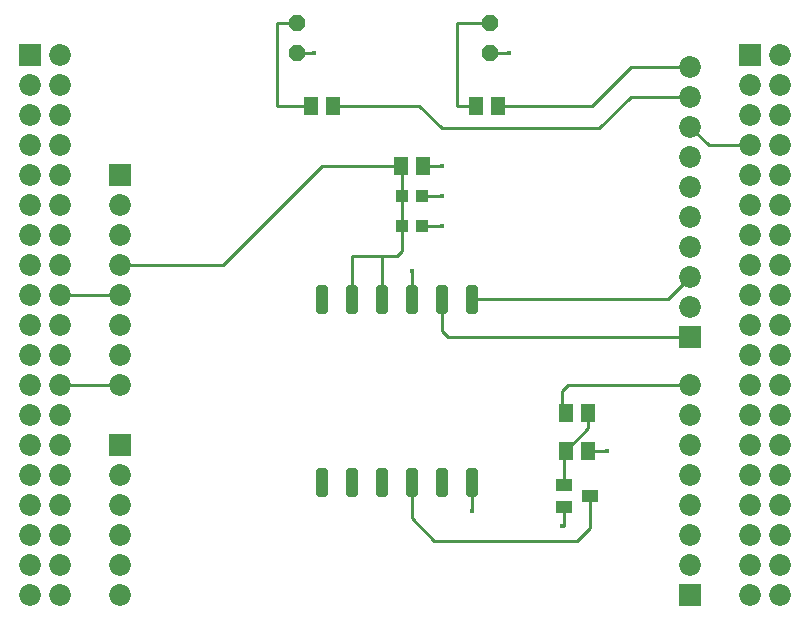
<source format=gtl>
G04 EAGLE Gerber RS-274X export*
G75*
%MOMM*%
%FSLAX34Y34*%
%LPD*%
%INTop Copper*%
%IPPOS*%
%AMOC8*
5,1,8,0,0,1.08239X$1,22.5*%
G01*
%ADD10R,1.100000X1.000000*%
%ADD11R,1.300000X1.500000*%
%ADD12R,1.400000X1.000000*%
%ADD13C,0.500000*%
%ADD14R,1.850000X1.850000*%
%ADD15C,1.850000*%
%ADD16P,1.429621X8X292.500000*%
%ADD17C,0.254000*%
%ADD18C,0.452400*%
%ADD19C,0.152400*%


D10*
X359800Y393700D03*
X376800Y393700D03*
X359800Y368300D03*
X376800Y368300D03*
D11*
X358800Y419100D03*
X377800Y419100D03*
X498500Y177800D03*
X517500Y177800D03*
X282600Y469900D03*
X301600Y469900D03*
X422300Y469900D03*
X441300Y469900D03*
X498500Y209550D03*
X517500Y209550D03*
D12*
X519000Y139700D03*
X497000Y130200D03*
X497000Y149200D03*
D13*
X421600Y296100D02*
X421600Y316100D01*
X421600Y296100D02*
X416600Y296100D01*
X416600Y316100D01*
X421600Y316100D01*
X421600Y300850D02*
X416600Y300850D01*
X416600Y305600D02*
X421600Y305600D01*
X421600Y310350D02*
X416600Y310350D01*
X416600Y315100D02*
X421600Y315100D01*
X396200Y316100D02*
X396200Y296100D01*
X391200Y296100D01*
X391200Y316100D01*
X396200Y316100D01*
X396200Y300850D02*
X391200Y300850D01*
X391200Y305600D02*
X396200Y305600D01*
X396200Y310350D02*
X391200Y310350D01*
X391200Y315100D02*
X396200Y315100D01*
X370800Y316100D02*
X370800Y296100D01*
X365800Y296100D01*
X365800Y316100D01*
X370800Y316100D01*
X370800Y300850D02*
X365800Y300850D01*
X365800Y305600D02*
X370800Y305600D01*
X370800Y310350D02*
X365800Y310350D01*
X365800Y315100D02*
X370800Y315100D01*
X345400Y316100D02*
X345400Y296100D01*
X340400Y296100D01*
X340400Y316100D01*
X345400Y316100D01*
X345400Y300850D02*
X340400Y300850D01*
X340400Y305600D02*
X345400Y305600D01*
X345400Y310350D02*
X340400Y310350D01*
X340400Y315100D02*
X345400Y315100D01*
X320000Y316100D02*
X320000Y296100D01*
X315000Y296100D01*
X315000Y316100D01*
X320000Y316100D01*
X320000Y300850D02*
X315000Y300850D01*
X315000Y305600D02*
X320000Y305600D01*
X320000Y310350D02*
X315000Y310350D01*
X315000Y315100D02*
X320000Y315100D01*
X294600Y316100D02*
X294600Y296100D01*
X289600Y296100D01*
X289600Y316100D01*
X294600Y316100D01*
X294600Y300850D02*
X289600Y300850D01*
X289600Y305600D02*
X294600Y305600D01*
X294600Y310350D02*
X289600Y310350D01*
X289600Y315100D02*
X294600Y315100D01*
X421600Y161100D02*
X421600Y141100D01*
X416600Y141100D01*
X416600Y161100D01*
X421600Y161100D01*
X421600Y145850D02*
X416600Y145850D01*
X416600Y150600D02*
X421600Y150600D01*
X421600Y155350D02*
X416600Y155350D01*
X416600Y160100D02*
X421600Y160100D01*
X396200Y161100D02*
X396200Y141100D01*
X391200Y141100D01*
X391200Y161100D01*
X396200Y161100D01*
X396200Y145850D02*
X391200Y145850D01*
X391200Y150600D02*
X396200Y150600D01*
X396200Y155350D02*
X391200Y155350D01*
X391200Y160100D02*
X396200Y160100D01*
X370800Y161100D02*
X370800Y141100D01*
X365800Y141100D01*
X365800Y161100D01*
X370800Y161100D01*
X370800Y145850D02*
X365800Y145850D01*
X365800Y150600D02*
X370800Y150600D01*
X370800Y155350D02*
X365800Y155350D01*
X365800Y160100D02*
X370800Y160100D01*
X345400Y161100D02*
X345400Y141100D01*
X340400Y141100D01*
X340400Y161100D01*
X345400Y161100D01*
X345400Y145850D02*
X340400Y145850D01*
X340400Y150600D02*
X345400Y150600D01*
X345400Y155350D02*
X340400Y155350D01*
X340400Y160100D02*
X345400Y160100D01*
X320000Y161100D02*
X320000Y141100D01*
X315000Y141100D01*
X315000Y161100D01*
X320000Y161100D01*
X320000Y145850D02*
X315000Y145850D01*
X315000Y150600D02*
X320000Y150600D01*
X320000Y155350D02*
X315000Y155350D01*
X315000Y160100D02*
X320000Y160100D01*
X294600Y161100D02*
X294600Y141100D01*
X289600Y141100D01*
X289600Y161100D01*
X294600Y161100D01*
X294600Y145850D02*
X289600Y145850D01*
X289600Y150600D02*
X294600Y150600D01*
X294600Y155350D02*
X289600Y155350D01*
X289600Y160100D02*
X294600Y160100D01*
D14*
X121400Y182800D03*
D15*
X121400Y157400D03*
X121400Y132000D03*
X121400Y106600D03*
X121400Y81200D03*
X121400Y55800D03*
D14*
X121400Y411400D03*
D15*
X121400Y386000D03*
X121400Y360600D03*
X121400Y335200D03*
X121400Y309800D03*
X121400Y284400D03*
X121400Y259000D03*
X121400Y233600D03*
D14*
X45200Y513000D03*
D15*
X70600Y513000D03*
X45200Y487600D03*
X70600Y487600D03*
X45200Y462200D03*
X70600Y462200D03*
X45200Y436800D03*
X70600Y436800D03*
X45200Y411400D03*
X70600Y411400D03*
X45200Y386000D03*
X70600Y386000D03*
X45200Y360600D03*
X70600Y360600D03*
X45200Y335200D03*
X70600Y335200D03*
X45200Y309800D03*
X70600Y309800D03*
X45200Y284400D03*
X70600Y284400D03*
X45200Y259000D03*
X70600Y259000D03*
X45200Y233600D03*
X70600Y233600D03*
X45200Y208200D03*
X70600Y208200D03*
X45200Y182800D03*
X70600Y182800D03*
X45200Y157400D03*
X70600Y157400D03*
X45200Y132000D03*
X70600Y132000D03*
X45200Y106600D03*
X70600Y106600D03*
X45200Y81200D03*
X70600Y81200D03*
X45200Y55800D03*
X70600Y55800D03*
D14*
X604000Y274240D03*
D15*
X604000Y299640D03*
X604000Y325040D03*
X604000Y350440D03*
X604000Y375840D03*
X604000Y401240D03*
X604000Y426640D03*
X604000Y452040D03*
X604000Y477440D03*
X604000Y502840D03*
X604000Y106600D03*
X604000Y132000D03*
X604000Y157400D03*
X604000Y182800D03*
X604000Y208200D03*
X604000Y233600D03*
D14*
X604000Y55800D03*
D15*
X604000Y81200D03*
D14*
X654800Y512750D03*
D15*
X680200Y512750D03*
X654800Y487350D03*
X680200Y487350D03*
X654800Y461950D03*
X680200Y461950D03*
X654800Y436550D03*
X680200Y436550D03*
X654800Y411150D03*
X680200Y411150D03*
X654800Y385750D03*
X680200Y385750D03*
X654800Y360350D03*
X680200Y360350D03*
X654800Y334950D03*
X680200Y334950D03*
X654800Y309550D03*
X680200Y309550D03*
X654800Y284150D03*
X680200Y284150D03*
X654800Y258750D03*
X680200Y258750D03*
X654800Y233350D03*
X680200Y233350D03*
X654800Y207950D03*
X680200Y207950D03*
X654800Y182550D03*
X680200Y182550D03*
X654800Y157150D03*
X680200Y157150D03*
X654800Y131750D03*
X680200Y131750D03*
X654800Y106350D03*
X680200Y106350D03*
X654800Y80950D03*
X680200Y80950D03*
X654800Y55550D03*
X680200Y55550D03*
D16*
X434100Y539850D03*
X434100Y514450D03*
X270750Y539750D03*
X270750Y514350D03*
D17*
X377800Y419100D02*
X393700Y419100D01*
D18*
X393700Y419100D03*
D17*
X393700Y393700D02*
X376800Y393700D01*
D18*
X393700Y393700D03*
D17*
X393700Y368300D02*
X376800Y368300D01*
D18*
X393700Y368300D03*
D17*
X517500Y177800D02*
X533400Y177800D01*
D18*
X533400Y177800D03*
D17*
X497000Y130200D02*
X497000Y114300D01*
X495300Y114300D01*
D18*
X495300Y114300D03*
D17*
X368300Y306100D02*
X368300Y330200D01*
D18*
X368300Y330200D03*
D17*
X419100Y151100D02*
X419100Y127000D01*
D18*
X419100Y127000D03*
D17*
X285750Y514350D02*
X270750Y514350D01*
D18*
X285750Y514350D03*
D17*
X434100Y514450D02*
X450750Y514450D01*
D19*
X450850Y514350D01*
D18*
X450850Y514350D03*
D17*
X342900Y342900D02*
X342900Y306100D01*
X342900Y342900D02*
X355600Y342900D01*
X359800Y347100D01*
X359800Y368300D01*
X359800Y393700D01*
X359800Y418100D01*
X358800Y419100D01*
X208200Y335200D02*
X121400Y335200D01*
X317500Y342900D02*
X317500Y306100D01*
X317500Y342900D02*
X342900Y342900D01*
X358800Y419100D02*
X292100Y419100D01*
X208200Y335200D01*
X519000Y139700D02*
X519000Y112600D01*
X508000Y101600D01*
X368300Y120650D02*
X368300Y151100D01*
X368300Y120650D02*
X387350Y101600D01*
X508000Y101600D01*
X517500Y196800D02*
X517500Y209550D01*
X517500Y196800D02*
X498500Y177800D01*
X497000Y176300D02*
X497000Y149200D01*
X497000Y176300D02*
X498500Y177800D01*
X498500Y209550D02*
X495300Y212750D01*
X495300Y228600D01*
X500300Y233600D01*
X604000Y233600D01*
X282600Y469900D02*
X266700Y469900D01*
X254000Y469900D01*
X254000Y539750D01*
X270750Y539750D01*
X406400Y469900D02*
X422300Y469900D01*
X406400Y469900D02*
X406400Y539750D01*
D19*
X406500Y539850D01*
D17*
X434100Y539850D01*
X121400Y309800D02*
X70600Y309800D01*
X70600Y233600D02*
X121400Y233600D01*
X604000Y452040D02*
X619490Y436550D01*
X654800Y436550D01*
X393700Y306100D02*
X393700Y279400D01*
X398860Y274240D01*
X604000Y274240D01*
X393700Y450850D02*
X374650Y469900D01*
X393700Y450850D02*
X527050Y450850D01*
X374650Y469900D02*
X301600Y469900D01*
X527050Y450850D02*
X553640Y477440D01*
X604000Y477440D01*
X585060Y306100D02*
X419100Y306100D01*
X585060Y306100D02*
X604000Y325040D01*
X520700Y469900D02*
X441300Y469900D01*
X520700Y469900D02*
X553640Y502840D01*
X604000Y502840D01*
M02*

</source>
